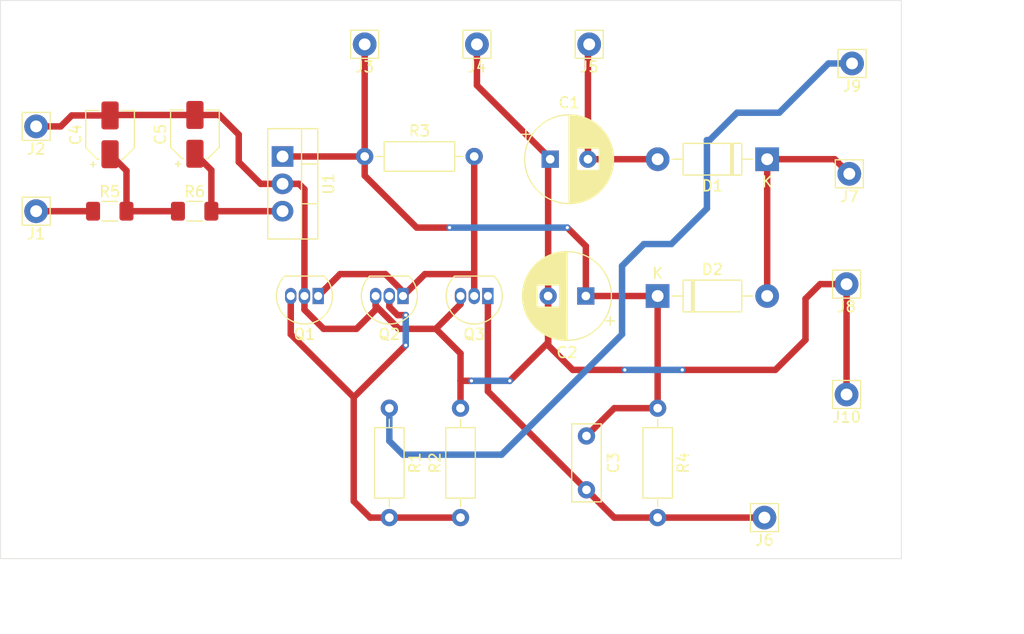
<source format=kicad_pcb>
(kicad_pcb (version 20240108) (generator "pcbnew") (generator_version "8.0")
  (layers (0 "F.Cu" signal) (31 "B.Cu" signal) (34 "B.Paste" user) (35 "F.Paste" user) (36 "B.SilkS" user "B.Silkscreen") (37 "F.SilkS" user "F.Silkscreen") (38 "B.Mask" user) (39 "F.Mask" user) (44 "Edge.Cuts" user))
  (net 0 "")
  (net 1 "-VDC")
  (net 2 "GND")
  (net 3 "+VDC")
  (net 4 "Net-(J6-Pin_1)")
  (net 5 "Net-(C4-Pad1)")
  (net 6 "Net-(U1-OUT)")
  (net 7 "Net-(D1-K)")
  (net 8 "Net-(J9-Pin_1)")
  (net 9 "Net-(J1-Pin_1)")
  (net 10 "Net-(Q1-C)")
  (net 11 "Net-(Q1-E)")
  (footprint "Connector_Pin:Pin_D1.1mm_L8.5mm_W2.5mm_FlatFork" (layer "F.Cu") (at 178.562 71.204666)
    (property "Reference" "J7" (at 0 2.1 0) (layer "F.SilkS"))
    (property "Value" "VDC A")
    (pad "1" thru_hole circle (at 0 0) (size 2.2 2.2) (drill 1.1) (layers "*.Cu" "*.Mask") (net 7 "Net-(D1-K)"))
  )
  (footprint "Package_TO_SOT_THT:TO-92_Inline" (layer "F.Cu") (at 145.034 82.55 180)
    (property "Reference" "Q3" (at 1.27 -3.56 0) (layer "F.SilkS"))
    (property "Value" "BC547")
    (pad "1" thru_hole rect (at 0 0 180) (size 1.05 1.5) (drill 0.75) (layers "*.Cu" "*.Mask") (net 4 "Net-(J6-Pin_1)"))
    (pad "2" thru_hole oval (at 1.27 0 180) (size 1.05 1.5) (drill 0.75) (layers "*.Cu" "*.Mask") (net 10 "Net-(Q1-C)"))
    (pad "3" thru_hole oval (at 2.54 0 180) (size 1.05 1.5) (drill 0.75) (layers "*.Cu" "*.Mask") (net 2 "GND"))
  )
  (footprint "Package_TO_SOT_THT:TO-220-3_Vertical" (layer "F.Cu") (at 125.984 69.596 -90)
    (property "Reference" "U1" (at 2.54 -4.27 90) (layer "F.SilkS"))
    (property "Value" "L7805")
    (pad "1" thru_hole rect (at 0 0 270) (size 1.905 2) (drill 1.1) (layers "*.Cu" "*.Mask") (net 3 "+VDC"))
    (pad "2" thru_hole oval (at 2.54 0 270) (size 1.905 2) (drill 1.1) (layers "*.Cu" "*.Mask") (net 2 "GND"))
    (pad "3" thru_hole oval (at 5.08 0 270) (size 1.905 2) (drill 1.1) (layers "*.Cu" "*.Mask") (net 6 "Net-(U1-OUT)"))
  )
  (footprint "Capacitor_SMD:CP_Elec_4x5.4" (layer "F.Cu") (at 109.982 67.586 90)
    (property "Reference" "C4" (at 0 -3.2 90) (layer "F.SilkS"))
    (property "Value" "2.2uF")
    (pad "1" smd roundrect (at -1.8 0 90) (size 2.6 1.6) (layers "F.Cu" "F.Paste" "F.Mask") (roundrect_rratio 0.15625) (net 5 "Net-(C4-Pad1)"))
    (pad "2" smd roundrect (at 1.8 0 90) (size 2.6 1.6) (layers "F.Cu" "F.Paste" "F.Mask") (roundrect_rratio 0.15625) (net 2 "GND"))
  )
  (footprint "Connector_Pin:Pin_D1.1mm_L8.5mm_W2.5mm_FlatFork" (layer "F.Cu") (at 144.018 59.182)
    (property "Reference" "J4" (at 0 2.1 0) (layer "F.SilkS"))
    (property "Value" "GND VDC")
    (pad "1" thru_hole circle (at 0 0) (size 2.2 2.2) (drill 1.1) (layers "*.Cu" "*.Mask") (net 2 "GND"))
  )
  (footprint "Capacitor_THT:CP_Radial_D8.0mm_P3.50mm" (layer "F.Cu") (at 150.816698 69.85)
    (property "Reference" "C1" (at 1.75 -5.25 0) (layer "F.SilkS"))
    (property "Value" "330uF")
    (pad "1" thru_hole rect (at 0 0) (size 1.6 1.6) (drill 0.8) (layers "*.Cu" "*.Mask") (net 2 "GND"))
    (pad "2" thru_hole circle (at 3.5 0) (size 1.6 1.6) (drill 0.8) (layers "*.Cu" "*.Mask") (net 1 "-VDC"))
  )
  (footprint "Diode_THT:D_DO-41_SOD81_P10.16mm_Horizontal" (layer "F.Cu") (at 160.782 82.55)
    (property "Reference" "D2" (at 5.08 -2.47 0) (layer "F.SilkS"))
    (property "Value" "1N4005")
    (fp_text user "K" (at 0 -2.1 0) (layer "F.SilkS"))
    (pad "1" thru_hole rect (at 0 0) (size 2.2 2.2) (drill 1.1) (layers "*.Cu" "*.Mask") (net 3 "+VDC"))
    (pad "2" thru_hole oval (at 10.16 0) (size 2.2 2.2) (drill 1.1) (layers "*.Cu" "*.Mask") (net 7 "Net-(D1-K)"))
  )
  (footprint "Resistor_SMD:R_1206_3216Metric_Pad1.30x1.75mm_HandSolder" (layer "F.Cu") (at 109.956 74.676)
    (property "Reference" "R5" (at 0 -1.82 0) (layer "F.SilkS"))
    (property "Value" "10k")
    (pad "1" smd roundrect (at -1.55 0) (size 1.3 1.75) (layers "F.Cu" "F.Paste" "F.Mask") (roundrect_rratio 0.192308) (net 9 "Net-(J1-Pin_1)"))
    (pad "2" smd roundrect (at 1.55 0) (size 1.3 1.75) (layers "F.Cu" "F.Paste" "F.Mask") (roundrect_rratio 0.192308) (net 5 "Net-(C4-Pad1)"))
  )
  (footprint "Resistor_SMD:R_1206_3216Metric_Pad1.30x1.75mm_HandSolder" (layer "F.Cu") (at 117.83 74.676)
    (property "Reference" "R6" (at 0 -1.82 0) (layer "F.SilkS"))
    (property "Value" "10k")
    (pad "1" smd roundrect (at -1.55 0) (size 1.3 1.75) (layers "F.Cu" "F.Paste" "F.Mask") (roundrect_rratio 0.192308) (net 5 "Net-(C4-Pad1)"))
    (pad "2" smd roundrect (at 1.55 0) (size 1.3 1.75) (layers "F.Cu" "F.Paste" "F.Mask") (roundrect_rratio 0.192308) (net 6 "Net-(U1-OUT)"))
  )
  (footprint "Connector_Pin:Pin_D1.1mm_L8.5mm_W2.5mm_FlatFork" (layer "F.Cu") (at 178.308 81.449332)
    (property "Reference" "J8" (at 0 2.1 0) (layer "F.SilkS"))
    (property "Value" "VDC B")
    (pad "1" thru_hole circle (at 0 0) (size 2.2 2.2) (drill 1.1) (layers "*.Cu" "*.Mask") (net 2 "GND"))
  )
  (footprint "Connector_Pin:Pin_D1.1mm_L8.5mm_W2.5mm_FlatFork" (layer "F.Cu") (at 103.124 74.676)
    (property "Reference" "J1" (at 0 2.1 0) (layer "F.SilkS"))
    (property "Value" "5V")
    (pad "1" thru_hole circle (at 0 0) (size 2.2 2.2) (drill 1.1) (layers "*.Cu" "*.Mask") (net 9 "Net-(J1-Pin_1)"))
  )
  (footprint "Capacitor_THT:C_Rect_L7.0mm_W2.5mm_P5.00mm" (layer "F.Cu") (at 154.178 95.544 -90)
    (property "Reference" "C3" (at 2.5 -2.5 90) (layer "F.SilkS"))
    (property "Value" "68nF")
    (pad "1" thru_hole circle (at 0 0 270) (size 1.6 1.6) (drill 0.8) (layers "*.Cu" "*.Mask") (net 3 "+VDC"))
    (pad "2" thru_hole circle (at 5 0 270) (size 1.6 1.6) (drill 0.8) (layers "*.Cu" "*.Mask") (net 4 "Net-(J6-Pin_1)"))
  )
  (footprint "Capacitor_SMD:CP_Elec_4x5.4" (layer "F.Cu") (at 117.856 67.542 90)
    (property "Reference" "C5" (at 0 -3.2 90) (layer "F.SilkS"))
    (property "Value" "2.2uF")
    (pad "1" smd roundrect (at -1.8 0 90) (size 2.6 1.6) (layers "F.Cu" "F.Paste" "F.Mask") (roundrect_rratio 0.15625) (net 6 "Net-(U1-OUT)"))
    (pad "2" smd roundrect (at 1.8 0 90) (size 2.6 1.6) (layers "F.Cu" "F.Paste" "F.Mask") (roundrect_rratio 0.15625) (net 2 "GND"))
  )
  (footprint "Connector_Pin:Pin_D1.1mm_L8.5mm_W2.5mm_FlatFork" (layer "F.Cu") (at 170.688 103.124)
    (property "Reference" "J6" (at 0 2.1 0) (layer "F.SilkS"))
    (property "Value" "Zero crossing det")
    (pad "1" thru_hole circle (at 0 0) (size 2.2 2.2) (drill 1.1) (layers "*.Cu" "*.Mask") (net 4 "Net-(J6-Pin_1)"))
  )
  (footprint "Connector_Pin:Pin_D1.1mm_L8.5mm_W2.5mm_FlatFork" (layer "F.Cu") (at 154.432 59.182)
    (property "Reference" "J5" (at 0 2.1 0) (layer "F.SilkS"))
    (property "Value" "-VDC")
    (pad "1" thru_hole circle (at 0 0) (size 2.2 2.2) (drill 1.1) (layers "*.Cu" "*.Mask") (net 1 "-VDC"))
  )
  (footprint "Capacitor_THT:CP_Radial_D8.0mm_P3.50mm" (layer "F.Cu") (at 154.122 82.55 180)
    (property "Reference" "C2" (at 1.75 -5.25 0) (layer "F.SilkS"))
    (property "Value" "330uF")
    (pad "1" thru_hole rect (at 0 0 180) (size 1.6 1.6) (drill 0.8) (layers "*.Cu" "*.Mask") (net 3 "+VDC"))
    (pad "2" thru_hole circle (at 3.5 0 180) (size 1.6 1.6) (drill 0.8) (layers "*.Cu" "*.Mask") (net 2 "GND"))
  )
  (footprint "Resistor_THT:R_Axial_DIN0207_L6.3mm_D2.5mm_P10.16mm_Horizontal" (layer "F.Cu") (at 135.89 92.964 -90)
    (property "Reference" "R1" (at 5.08 -2.37 90) (layer "F.SilkS"))
    (property "Value" "1M")
    (pad "1" thru_hole circle (at 0 0 270) (size 1.6 1.6) (drill 0.8) (layers "*.Cu" "*.Mask") (net 8 "Net-(J9-Pin_1)"))
    (pad "2" thru_hole oval (at 10.16 0 270) (size 1.6 1.6) (drill 0.8) (layers "*.Cu" "*.Mask") (net 11 "Net-(Q1-E)"))
  )
  (footprint "Resistor_THT:R_Axial_DIN0207_L6.3mm_D2.5mm_P10.16mm_Horizontal" (layer "F.Cu") (at 142.494 103.124 90)
    (property "Reference" "R2" (at 5.08 -2.37 90) (layer "F.SilkS"))
    (property "Value" "68k")
    (pad "1" thru_hole circle (at 0 0 90) (size 1.6 1.6) (drill 0.8) (layers "*.Cu" "*.Mask") (net 11 "Net-(Q1-E)"))
    (pad "2" thru_hole oval (at 10.16 0 90) (size 1.6 1.6) (drill 0.8) (layers "*.Cu" "*.Mask") (net 2 "GND"))
  )
  (footprint "Resistor_THT:R_Axial_DIN0207_L6.3mm_D2.5mm_P10.16mm_Horizontal" (layer "F.Cu") (at 160.782 92.964 -90)
    (property "Reference" "R4" (at 5.08 -2.37 90) (layer "F.SilkS"))
    (property "Value" "330k")
    (pad "1" thru_hole circle (at 0 0 270) (size 1.6 1.6) (drill 0.8) (layers "*.Cu" "*.Mask") (net 3 "+VDC"))
    (pad "2" thru_hole oval (at 10.16 0 270) (size 1.6 1.6) (drill 0.8) (layers "*.Cu" "*.Mask") (net 4 "Net-(J6-Pin_1)"))
  )
  (footprint "Package_TO_SOT_THT:TO-92_Inline" (layer "F.Cu") (at 129.286 82.55 180)
    (property "Reference" "Q1" (at 1.27 -3.56 0) (layer "F.SilkS"))
    (property "Value" "BC547")
    (pad "1" thru_hole rect (at 0 0 180) (size 1.05 1.5) (drill 0.75) (layers "*.Cu" "*.Mask") (net 10 "Net-(Q1-C)"))
    (pad "2" thru_hole oval (at 1.27 0 180) (size 1.05 1.5) (drill 0.75) (layers "*.Cu" "*.Mask") (net 2 "GND"))
    (pad "3" thru_hole oval (at 2.54 0 180) (size 1.05 1.5) (drill 0.75) (layers "*.Cu" "*.Mask") (net 11 "Net-(Q1-E)"))
  )
  (footprint "Diode_THT:D_DO-41_SOD81_P10.16mm_Horizontal" (layer "F.Cu") (at 170.942 69.85 180)
    (property "Reference" "D1" (at 5.08 -2.47 0) (layer "F.SilkS"))
    (property "Value" "1N4005")
    (fp_text user "K" (at 0 -2.1 0) (layer "F.SilkS"))
    (pad "1" thru_hole rect (at 0 0 180) (size 2.2 2.2) (drill 1.1) (layers "*.Cu" "*.Mask") (net 7 "Net-(D1-K)"))
    (pad "2" thru_hole oval (at 10.16 0 180) (size 2.2 2.2) (drill 1.1) (layers "*.Cu" "*.Mask") (net 1 "-VDC"))
  )
  (footprint "Connector_Pin:Pin_D1.1mm_L8.5mm_W2.5mm_FlatFork" (layer "F.Cu") (at 103.124 66.802)
    (property "Reference" "J2" (at 0 2.1 0) (layer "F.SilkS"))
    (property "Value" "GND")
    (pad "1" thru_hole circle (at 0 0) (size 2.2 2.2) (drill 1.1) (layers "*.Cu" "*.Mask") (net 2 "GND"))
  )
  (footprint "Connector_Pin:Pin_D1.1mm_L8.5mm_W2.5mm_FlatFork" (layer "F.Cu") (at 133.604 59.182)
    (property "Reference" "J3" (at 0 2.1 0) (layer "F.SilkS"))
    (property "Value" "+VDC")
    (pad "1" thru_hole circle (at 0 0) (size 2.2 2.2) (drill 1.1) (layers "*.Cu" "*.Mask") (net 3 "+VDC"))
  )
  (footprint "Connector_Pin:Pin_D1.1mm_L8.5mm_W2.5mm_FlatFork" (layer "F.Cu") (at 178.308 91.694)
    (property "Reference" "J10" (at 0 2.1 0) (layer "F.SilkS"))
    (property "Value" "NEUTRAL")
    (pad "1" thru_hole circle (at 0 0) (size 2.2 2.2) (drill 1.1) (layers "*.Cu" "*.Mask") (net 2 "GND"))
  )
  (footprint "Connector_Pin:Pin_D1.1mm_L8.5mm_W2.5mm_FlatFork" (layer "F.Cu") (at 178.816 60.96)
    (property "Reference" "J9" (at 0 2.1 0) (layer "F.SilkS"))
    (property "Value" "LIVE")
    (pad "1" thru_hole circle (at 0 0) (size 2.2 2.2) (drill 1.1) (layers "*.Cu" "*.Mask") (net 8 "Net-(J9-Pin_1)"))
  )
  (footprint "Resistor_THT:R_Axial_DIN0207_L6.3mm_D2.5mm_P10.16mm_Horizontal" (layer "F.Cu") (at 133.604 69.596)
    (property "Reference" "R3" (at 5.08 -2.37 0) (layer "F.SilkS"))
    (property "Value" "1M")
    (pad "1" thru_hole circle (at 0 0) (size 1.6 1.6) (drill 0.8) (layers "*.Cu" "*.Mask") (net 3 "+VDC"))
    (pad "2" thru_hole oval (at 10.16 0) (size 1.6 1.6) (drill 0.8) (layers "*.Cu" "*.Mask") (net 10 "Net-(Q1-C)"))
  )
  (footprint "Package_TO_SOT_THT:TO-92_Inline" (layer "F.Cu") (at 137.16 82.55 180)
    (property "Reference" "Q2" (at 1.27 -3.56 0) (layer "F.SilkS"))
    (property "Value" "BC547")
    (pad "1" thru_hole rect (at 0 0 180) (size 1.05 1.5) (drill 0.75) (layers "*.Cu" "*.Mask") (net 10 "Net-(Q1-C)"))
    (pad "2" thru_hole oval (at 1.27 0 180) (size 1.05 1.5) (drill 0.75) (layers "*.Cu" "*.Mask") (net 11 "Net-(Q1-E)"))
    (pad "3" thru_hole oval (at 2.54 0 180) (size 1.05 1.5) (drill 0.75) (layers "*.Cu" "*.Mask") (net 2 "GND"))
  )
  (gr_rect (start 99.822 55.118) (end 183.388 106.934) (stroke (width 0.05)) (fill none) (layer "Edge.Cuts"))
  (segment (start 160.782 69.85) (end 154.316698 69.85) (width 0.6) (layer "F.Cu") (net 1))
  (segment (start 154.316698 59.297302) (end 154.432 59.182) (width 0.6) (layer "F.Cu") (net 1))
  (segment (start 154.316698 69.85) (end 154.316698 59.297302) (width 0.6) (layer "F.Cu") (net 1))
  (segment (start 142.494 87.884) (end 140.208 85.598) (width 0.6) (layer "F.Cu") (net 2))
  (segment (start 150.816698 69.790698) (end 144.018 62.992) (width 0.6) (layer "F.Cu") (net 2))
  (segment (start 178.308 81.449332) (end 175.852668 81.449332) (width 0.6) (layer "F.Cu") (net 2))
  (segment (start 150.622 82.55) (end 150.622 86.868) (width 0.6) (layer "F.Cu") (net 2))
  (segment (start 174.498 82.804) (end 174.498 86.614) (width 0.6) (layer "F.Cu") (net 2))
  (segment (start 143.51 90.424) (end 142.494 90.424) (width 0.6) (layer "F.Cu") (net 2))
  (segment (start 174.498 86.614) (end 171.704 89.408) (width 0.6) (layer "F.Cu") (net 2))
  (segment (start 105.41 66.802) (end 103.124 66.802) (width 0.6) (layer "F.Cu") (net 2))
  (segment (start 142.494 82.55) (end 142.494 83.312) (width 0.6) (layer "F.Cu") (net 2))
  (segment (start 140.208 85.598) (end 136.768 85.598) (width 0.6) (layer "F.Cu") (net 2))
  (segment (start 150.622 87.122) (end 150.622 82.55) (width 0.6) (layer "F.Cu") (net 2))
  (segment (start 134.62 83.82) (end 134.62 82.55) (width 0.6) (layer "F.Cu") (net 2))
  (segment (start 171.704 89.408) (end 163.068 89.408) (width 0.6) (layer "F.Cu") (net 2))
  (segment (start 125.984 72.136) (end 123.952 72.136) (width 0.6) (layer "F.Cu") (net 2))
  (segment (start 142.494 92.964) (end 142.494 90.424) (width 0.6) (layer "F.Cu") (net 2))
  (segment (start 106.426 65.786) (end 105.41 66.802) (width 0.6) (layer "F.Cu") (net 2))
  (segment (start 136.768 85.598) (end 134.62 83.45) (width 0.6) (layer "F.Cu") (net 2))
  (segment (start 110.026 65.742) (end 109.982 65.786) (width 0.6) (layer "F.Cu") (net 2))
  (segment (start 152.908 89.408) (end 150.622 87.122) (width 0.6) (layer "F.Cu") (net 2))
  (segment (start 150.816698 69.85) (end 150.816698 69.790698) (width 0.6) (layer "F.Cu") (net 2))
  (segment (start 142.494 90.424) (end 142.494 87.884) (width 0.6) (layer "F.Cu") (net 2))
  (segment (start 178.308 91.694) (end 178.308 81.449332) (width 0.6) (layer "F.Cu") (net 2))
  (segment (start 109.982 65.786) (end 106.426 65.786) (width 0.6) (layer "F.Cu") (net 2))
  (segment (start 132.842 85.598) (end 134.62 83.82) (width 0.6) (layer "F.Cu") (net 2))
  (segment (start 134.62 83.45) (end 134.62 82.55) (width 0.6) (layer "F.Cu") (net 2))
  (segment (start 175.852668 81.449332) (end 174.498 82.804) (width 0.6) (layer "F.Cu") (net 2))
  (segment (start 150.622 82.55) (end 150.622 70.044698) (width 0.6) (layer "F.Cu") (net 2))
  (segment (start 128.016 82.55) (end 128.016 83.82) (width 0.6) (layer "F.Cu") (net 2))
  (segment (start 121.92 70.104) (end 121.92 67.564) (width 0.6) (layer "F.Cu") (net 2))
  (segment (start 120.098 65.742) (end 117.856 65.742) (width 0.6) (layer "F.Cu") (net 2))
  (segment (start 123.952 72.136) (end 121.92 70.104) (width 0.6) (layer "F.Cu") (net 2))
  (segment (start 150.622 70.044698) (end 150.816698 69.85) (width 0.6) (layer "F.Cu") (net 2))
  (segment (start 127.508 72.136) (end 125.984 72.136) (width 0.6) (layer "F.Cu") (net 2))
  (segment (start 129.794 85.598) (end 132.842 85.598) (width 0.6) (layer "F.Cu") (net 2))
  (segment (start 142.494 83.312) (end 140.208 85.598) (width 0.6) (layer "F.Cu") (net 2))
  (segment (start 157.734 89.408) (end 152.908 89.408) (width 0.6) (layer "F.Cu") (net 2))
  (segment (start 128.016 82.55) (end 128.016 72.644) (width 0.6) (layer "F.Cu") (net 2))
  (segment (start 121.92 67.564) (end 120.098 65.742) (width 0.6) (layer "F.Cu") (net 2))
  (segment (start 128.016 72.644) (end 127.508 72.136) (width 0.6) (layer "F.Cu") (net 2))
  (segment (start 128.016 83.82) (end 129.794 85.598) (width 0.6) (layer "F.Cu") (net 2))
  (segment (start 150.622 86.868) (end 147.066 90.424) (width 0.6) (layer "F.Cu") (net 2))
  (segment (start 117.856 65.742) (end 110.026 65.742) (width 0.6) (layer "F.Cu") (net 2))
  (segment (start 144.018 62.992) (end 144.018 59.182) (width 0.6) (layer "F.Cu") (net 2))
  (via (at 163.068 89.408) (size 0.6) (drill 0.3) (layers "F.Cu" "B.Cu") (net 2))
  (via (at 147.066 90.424) (size 0.6) (drill 0.3) (layers "F.Cu" "B.Cu") (net 2))
  (via (at 143.51 90.424) (size 0.6) (drill 0.3) (layers "F.Cu" "B.Cu") (net 2))
  (via (at 157.734 89.408) (size 0.6) (drill 0.3) (layers "F.Cu" "B.Cu") (net 2))
  (segment (start 163.068 89.408) (end 157.734 89.408) (width 0.6) (layer "B.Cu") (net 2))
  (segment (start 147.066 90.424) (end 143.51 90.424) (width 0.6) (layer "B.Cu") (net 2))
  (segment (start 160.782 92.964) (end 156.758 92.964) (width 0.6) (layer "F.Cu") (net 3))
  (segment (start 154.122 82.55) (end 160.782 82.55) (width 0.6) (layer "F.Cu") (net 3))
  (segment (start 133.604 59.182) (end 133.604 69.596) (width 0.6) (layer "F.Cu") (net 3))
  (segment (start 154.122 77.922) (end 152.4 76.2) (width 0.6) (layer "F.Cu") (net 3))
  (segment (start 138.43 76.2) (end 133.604 71.374) (width 0.6) (layer "F.Cu") (net 3))
  (segment (start 156.758 92.964) (end 154.178 95.544) (width 0.6) (layer "F.Cu") (net 3))
  (segment (start 125.984 69.596) (end 133.604 69.596) (width 0.6) (layer "F.Cu") (net 3))
  (segment (start 154.122 82.55) (end 154.122 77.922) (width 0.6) (layer "F.Cu") (net 3))
  (segment (start 141.478 76.2) (end 138.43 76.2) (width 0.6) (layer "F.Cu") (net 3))
  (segment (start 133.604 71.374) (end 133.604 69.596) (width 0.6) (layer "F.Cu") (net 3))
  (segment (start 160.782 82.55) (end 160.782 92.964) (width 0.6) (layer "F.Cu") (net 3))
  (via (at 141.478 76.2) (size 0.6) (drill 0.3) (layers "F.Cu" "B.Cu") (net 3))
  (via (at 152.4 76.2) (size 0.6) (drill 0.3) (layers "F.Cu" "B.Cu") (net 3))
  (segment (start 152.4 76.2) (end 141.478 76.2) (width 0.6) (layer "B.Cu") (net 3))
  (segment (start 145.034 91.4) (end 145.034 82.55) (width 0.6) (layer "F.Cu") (net 4))
  (segment (start 160.782 103.124) (end 170.688 103.124) (width 0.6) (layer "F.Cu") (net 4))
  (segment (start 154.178 100.544) (end 145.034 91.4) (width 0.6) (layer "F.Cu") (net 4))
  (segment (start 160.782 103.124) (end 156.758 103.124) (width 0.6) (layer "F.Cu") (net 4))
  (segment (start 156.758 103.124) (end 154.178 100.544) (width 0.6) (layer "F.Cu") (net 4))
  (segment (start 109.982 69.386) (end 111.506 70.91) (width 0.6) (layer "F.Cu") (net 5))
  (segment (start 111.506 70.91) (end 111.506 74.676) (width 0.6) (layer "F.Cu") (net 5))
  (segment (start 111.506 74.676) (end 116.28 74.676) (width 0.6) (layer "F.Cu") (net 5))
  (segment (start 117.856 69.342) (end 119.38 70.866) (width 0.6) (layer "F.Cu") (net 6))
  (segment (start 119.38 74.676) (end 125.984 74.676) (width 0.6) (layer "F.Cu") (net 6))
  (segment (start 119.38 70.866) (end 119.38 74.676) (width 0.6) (layer "F.Cu") (net 6))
  (segment (start 170.942 69.85) (end 177.207334 69.85) (width 0.6) (layer "F.Cu") (net 7))
  (segment (start 177.207334 69.85) (end 178.562 71.204666) (width 0.6) (layer "F.Cu") (net 7))
  (segment (start 170.942 69.85) (end 170.942 82.55) (width 0.6) (layer "F.Cu") (net 7))
  (segment (start 165.354 74.422) (end 162.052 77.724) (width 0.6) (layer "B.Cu") (net 8))
  (segment (start 162.052 77.724) (end 159.512 77.724) (width 0.6) (layer "B.Cu") (net 8))
  (segment (start 137.16 97.282) (end 135.89 96.012) (width 0.6) (layer "B.Cu") (net 8))
  (segment (start 157.48 86.106) (end 146.304 97.282) (width 0.6) (layer "B.Cu") (net 8))
  (segment (start 159.512 77.724) (end 157.48 79.756) (width 0.6) (layer "B.Cu") (net 8))
  (segment (start 172.06 65.532) (end 168.148 65.532) (width 0.6) (layer "B.Cu") (net 8))
  (segment (start 178.816 60.96) (end 176.632 60.96) (width 0.6) (layer "B.Cu") (net 8))
  (segment (start 146.304 97.282) (end 137.16 97.282) (width 0.6) (layer "B.Cu") (net 8))
  (segment (start 168.148 65.532) (end 165.608 68.072) (width 0.6) (layer "B.Cu") (net 8))
  (segment (start 165.608 68.072) (end 165.354 68.072) (width 0.6) (layer "B.Cu") (net 8))
  (segment (start 176.632 60.96) (end 172.06 65.532) (width 0.6) (layer "B.Cu") (net 8))
  (segment (start 135.89 96.012) (end 135.89 92.964) (width 0.6) (layer "B.Cu") (net 8))
  (segment (start 157.48 79.756) (end 157.48 86.106) (width 0.6) (layer "B.Cu") (net 8))
  (segment (start 165.354 68.072) (end 165.354 74.422) (width 0.6) (layer "B.Cu") (net 8))
  (segment (start 108.406 74.676) (end 103.124 74.676) (width 0.6) (layer "F.Cu") (net 9))
  (segment (start 143.764 82.55) (end 143.764 80.518) (width 0.6) (layer "F.Cu") (net 10))
  (segment (start 129.286 82.55) (end 131.318 80.518) (width 0.6) (layer "F.Cu") (net 10))
  (segment (start 143.764 80.518) (end 143.764 69.596) (width 0.6) (layer "F.Cu") (net 10))
  (segment (start 137.16 82.145431) (end 137.16 82.55) (width 0.6) (layer "F.Cu") (net 10))
  (segment (start 137.16 82.55) (end 139.192 80.518) (width 0.6) (layer "F.Cu") (net 10))
  (segment (start 135.532569 80.518) (end 137.16 82.145431) (width 0.6) (layer "F.Cu") (net 10))
  (segment (start 131.318 80.518) (end 135.532569 80.518) (width 0.6) (layer "F.Cu") (net 10))
  (segment (start 139.192 80.518) (end 143.764 80.518) (width 0.6) (layer "F.Cu") (net 10))
  (segment (start 137.414 87.122) (end 132.588 91.948) (width 0.6) (layer "F.Cu") (net 11))
  (segment (start 135.89 82.55) (end 135.89 83.555) (width 0.6) (layer "F.Cu") (net 11))
  (segment (start 126.746 86.106) (end 132.588 91.948) (width 0.6) (layer "F.Cu") (net 11))
  (segment (start 136.663 84.328) (end 137.414 84.328) (width 0.6) (layer "F.Cu") (net 11))
  (segment (start 126.746 82.55) (end 126.746 86.106) (width 0.6) (layer "F.Cu") (net 11))
  (segment (start 132.588 101.6) (end 134.112 103.124) (width 0.6) (layer "F.Cu") (net 11))
  (segment (start 135.89 103.124) (end 142.494 103.124) (width 0.6) (layer "F.Cu") (net 11))
  (segment (start 134.112 103.124) (end 135.89 103.124) (width 0.6) (layer "F.Cu") (net 11))
  (segment (start 135.89 83.555) (end 136.663 84.328) (width 0.6) (layer "F.Cu") (net 11))
  (segment (start 132.588 91.948) (end 132.588 101.6) (width 0.6) (layer "F.Cu") (net 11))
  (via (at 137.414 84.328) (size 0.6) (drill 0.3) (layers "F.Cu" "B.Cu") (net 11))
  (via (at 137.414 87.122) (size 0.6) (drill 0.3) (layers "F.Cu" "B.Cu") (net 11))
  (segment (start 137.414 84.328) (end 137.414 87.122) (width 0.6) (layer "B.Cu") (net 11))
)
</source>
